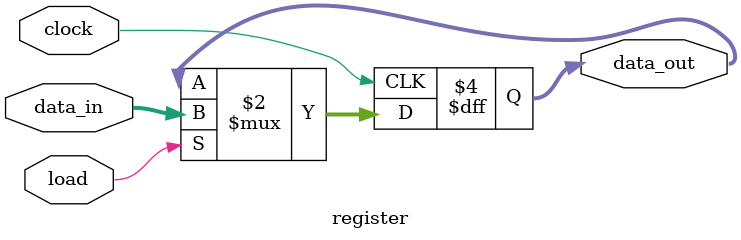
<source format=sv>
module register #(parameter N=8)(input logic clock,input logic load,input logic [N-1:0] data_in,output logic [N-1:0] data_out );

    always @(posedge clock ) begin
   
        if(load)begin
             data_out<= data_in;

        end

    end
endmodule
    
</source>
